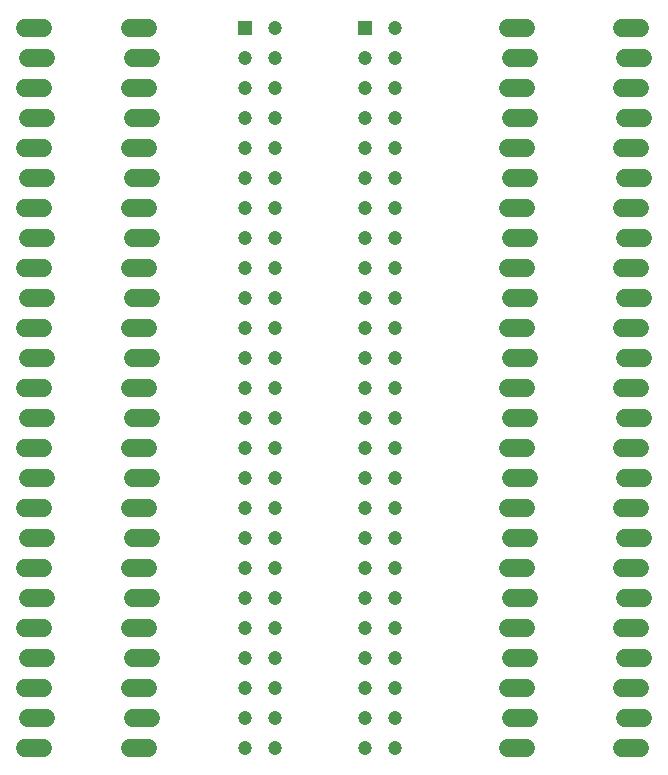
<source format=gtl>
G75*
%MOIN*%
%OFA0B0*%
%FSLAX24Y24*%
%IPPOS*%
%LPD*%
%AMOC8*
5,1,8,0,0,1.08239X$1,22.5*
%
%ADD10R,0.0472X0.0472*%
%ADD11C,0.0472*%
%ADD12C,0.0600*%
D10*
X008680Y025805D03*
X012680Y025805D03*
D11*
X012680Y024805D03*
X012680Y023805D03*
X013680Y023805D03*
X013680Y024805D03*
X013680Y025805D03*
X013680Y022805D03*
X013680Y021805D03*
X013680Y020805D03*
X012680Y020805D03*
X012680Y021805D03*
X012680Y022805D03*
X012680Y019805D03*
X012680Y018805D03*
X013680Y018805D03*
X013680Y019805D03*
X013680Y017805D03*
X013680Y016805D03*
X013680Y015805D03*
X012680Y015805D03*
X012680Y016805D03*
X012680Y017805D03*
X012680Y014805D03*
X012680Y013805D03*
X012680Y012805D03*
X013680Y012805D03*
X013680Y013805D03*
X013680Y014805D03*
X013680Y011805D03*
X013680Y010805D03*
X012680Y010805D03*
X012680Y011805D03*
X012680Y009805D03*
X012680Y008805D03*
X012680Y007805D03*
X013680Y007805D03*
X013680Y008805D03*
X013680Y009805D03*
X013680Y006805D03*
X013680Y005805D03*
X013680Y004805D03*
X012680Y004805D03*
X012680Y005805D03*
X012680Y006805D03*
X012680Y003805D03*
X012680Y002805D03*
X012680Y001805D03*
X013680Y001805D03*
X013680Y002805D03*
X013680Y003805D03*
X009680Y003805D03*
X009680Y002805D03*
X009680Y001805D03*
X008680Y001805D03*
X008680Y002805D03*
X008680Y003805D03*
X008680Y004805D03*
X008680Y005805D03*
X008680Y006805D03*
X008680Y007805D03*
X008680Y008805D03*
X008680Y009805D03*
X008680Y010805D03*
X008680Y011805D03*
X008680Y012805D03*
X008680Y013805D03*
X008680Y014805D03*
X008680Y015805D03*
X008680Y016805D03*
X008680Y017805D03*
X008680Y018805D03*
X008680Y019805D03*
X008680Y020805D03*
X008680Y021805D03*
X008680Y022805D03*
X008680Y023805D03*
X008680Y024805D03*
X009680Y024805D03*
X009680Y025805D03*
X009680Y023805D03*
X009680Y022805D03*
X009680Y021805D03*
X009680Y020805D03*
X009680Y019805D03*
X009680Y018805D03*
X009680Y017805D03*
X009680Y016805D03*
X009680Y015805D03*
X009680Y014805D03*
X009680Y013805D03*
X009680Y012805D03*
X009680Y011805D03*
X009680Y010805D03*
X009680Y009805D03*
X009680Y008805D03*
X009680Y007805D03*
X009680Y006805D03*
X009680Y005805D03*
X009680Y004805D03*
D12*
X001930Y001805D02*
X001330Y001805D01*
X001430Y002805D02*
X002030Y002805D01*
X001930Y003805D02*
X001330Y003805D01*
X001430Y004805D02*
X002030Y004805D01*
X001930Y005805D02*
X001330Y005805D01*
X001430Y006805D02*
X002030Y006805D01*
X001930Y007805D02*
X001330Y007805D01*
X001430Y008805D02*
X002030Y008805D01*
X001930Y009805D02*
X001330Y009805D01*
X001430Y010805D02*
X002030Y010805D01*
X001930Y011805D02*
X001330Y011805D01*
X001430Y012805D02*
X002030Y012805D01*
X001930Y013805D02*
X001330Y013805D01*
X001430Y014805D02*
X002030Y014805D01*
X001930Y015805D02*
X001330Y015805D01*
X001430Y016805D02*
X002030Y016805D01*
X001930Y017805D02*
X001330Y017805D01*
X001430Y018805D02*
X002030Y018805D01*
X001930Y019805D02*
X001330Y019805D01*
X001430Y020805D02*
X002030Y020805D01*
X001930Y021805D02*
X001330Y021805D01*
X001430Y022805D02*
X002030Y022805D01*
X001930Y023805D02*
X001330Y023805D01*
X001430Y024805D02*
X002030Y024805D01*
X001930Y025805D02*
X001330Y025805D01*
X004830Y025805D02*
X005430Y025805D01*
X005530Y024805D02*
X004930Y024805D01*
X004830Y023805D02*
X005430Y023805D01*
X005530Y022805D02*
X004930Y022805D01*
X004830Y021805D02*
X005430Y021805D01*
X005530Y020805D02*
X004930Y020805D01*
X004830Y019805D02*
X005430Y019805D01*
X005530Y018805D02*
X004930Y018805D01*
X004830Y017805D02*
X005430Y017805D01*
X005530Y016805D02*
X004930Y016805D01*
X004830Y015805D02*
X005430Y015805D01*
X005530Y014805D02*
X004930Y014805D01*
X004830Y013805D02*
X005430Y013805D01*
X005530Y012805D02*
X004930Y012805D01*
X004830Y011805D02*
X005430Y011805D01*
X005530Y010805D02*
X004930Y010805D01*
X004830Y009805D02*
X005430Y009805D01*
X005530Y008805D02*
X004930Y008805D01*
X004830Y007805D02*
X005430Y007805D01*
X005530Y006805D02*
X004930Y006805D01*
X004830Y005805D02*
X005430Y005805D01*
X005530Y004805D02*
X004930Y004805D01*
X004830Y003805D02*
X005430Y003805D01*
X005530Y002805D02*
X004930Y002805D01*
X004830Y001805D02*
X005430Y001805D01*
X017430Y001805D02*
X018030Y001805D01*
X018130Y002805D02*
X017530Y002805D01*
X017430Y003805D02*
X018030Y003805D01*
X018130Y004805D02*
X017530Y004805D01*
X017430Y005805D02*
X018030Y005805D01*
X018130Y006805D02*
X017530Y006805D01*
X017430Y007805D02*
X018030Y007805D01*
X018130Y008805D02*
X017530Y008805D01*
X017430Y009805D02*
X018030Y009805D01*
X018130Y010805D02*
X017530Y010805D01*
X017430Y011805D02*
X018030Y011805D01*
X018130Y012805D02*
X017530Y012805D01*
X017430Y013805D02*
X018030Y013805D01*
X018130Y014805D02*
X017530Y014805D01*
X017430Y015805D02*
X018030Y015805D01*
X018130Y016805D02*
X017530Y016805D01*
X017430Y017805D02*
X018030Y017805D01*
X018130Y018805D02*
X017530Y018805D01*
X017430Y019805D02*
X018030Y019805D01*
X018130Y020805D02*
X017530Y020805D01*
X017430Y021805D02*
X018030Y021805D01*
X018130Y022805D02*
X017530Y022805D01*
X017430Y023805D02*
X018030Y023805D01*
X018130Y024805D02*
X017530Y024805D01*
X017430Y025805D02*
X018030Y025805D01*
X021230Y025805D02*
X021830Y025805D01*
X021930Y024805D02*
X021330Y024805D01*
X021230Y023805D02*
X021830Y023805D01*
X021930Y022805D02*
X021330Y022805D01*
X021230Y021805D02*
X021830Y021805D01*
X021930Y020805D02*
X021330Y020805D01*
X021230Y019805D02*
X021830Y019805D01*
X021930Y018805D02*
X021330Y018805D01*
X021230Y017805D02*
X021830Y017805D01*
X021930Y016805D02*
X021330Y016805D01*
X021230Y015805D02*
X021830Y015805D01*
X021930Y014805D02*
X021330Y014805D01*
X021230Y013805D02*
X021830Y013805D01*
X021930Y012805D02*
X021330Y012805D01*
X021230Y011805D02*
X021830Y011805D01*
X021930Y010805D02*
X021330Y010805D01*
X021230Y009805D02*
X021830Y009805D01*
X021930Y008805D02*
X021330Y008805D01*
X021230Y007805D02*
X021830Y007805D01*
X021930Y006805D02*
X021330Y006805D01*
X021230Y005805D02*
X021830Y005805D01*
X021930Y004805D02*
X021330Y004805D01*
X021230Y003805D02*
X021830Y003805D01*
X021930Y002805D02*
X021330Y002805D01*
X021230Y001805D02*
X021830Y001805D01*
M02*

</source>
